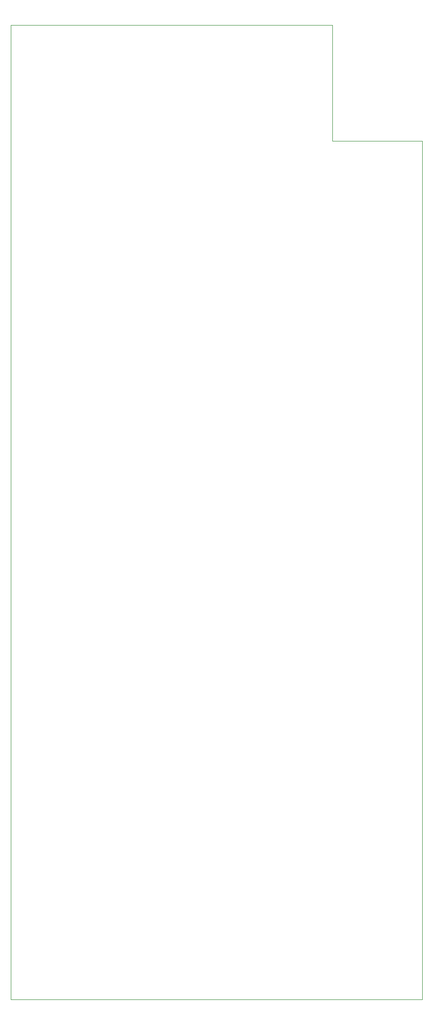
<source format=gm1>
G04 #@! TF.GenerationSoftware,KiCad,Pcbnew,6.0.4-6f826c9f35~116~ubuntu20.04.1*
G04 #@! TF.CreationDate,2022-04-20T20:14:52-04:00*
G04 #@! TF.ProjectId,kdlfo,6b646c66-6f2e-46b6-9963-61645f706362,rev?*
G04 #@! TF.SameCoordinates,Original*
G04 #@! TF.FileFunction,Profile,NP*
%FSLAX46Y46*%
G04 Gerber Fmt 4.6, Leading zero omitted, Abs format (unit mm)*
G04 Created by KiCad (PCBNEW 6.0.4-6f826c9f35~116~ubuntu20.04.1) date 2022-04-20 20:14:52*
%MOMM*%
%LPD*%
G01*
G04 APERTURE LIST*
G04 #@! TA.AperFunction,Profile*
%ADD10C,0.100000*%
G04 #@! TD*
G04 APERTURE END LIST*
D10*
X64500000Y-33000000D02*
X120000000Y-33000000D01*
X64500000Y-201000000D02*
X64500000Y-33000000D01*
X120000000Y-53000000D02*
X135500000Y-53000000D01*
X135500000Y-201000000D02*
X64500000Y-201000000D01*
X135500000Y-53000000D02*
X135500000Y-201000000D01*
X120000000Y-33000000D02*
X120000000Y-53000000D01*
M02*

</source>
